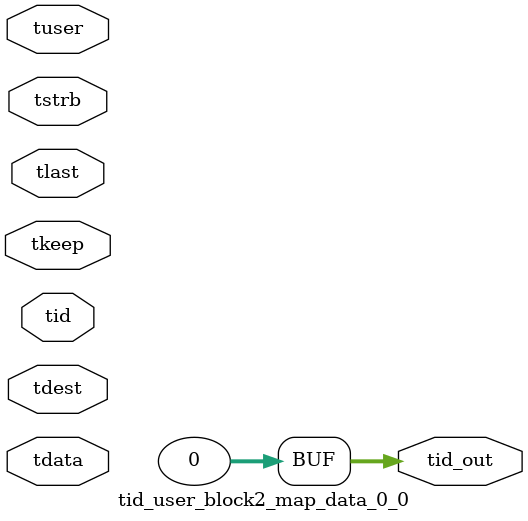
<source format=v>


`timescale 1ps/1ps

module tid_user_block2_map_data_0_0 #
(
parameter C_S_AXIS_TID_WIDTH   = 1,
parameter C_S_AXIS_TUSER_WIDTH = 0,
parameter C_S_AXIS_TDATA_WIDTH = 0,
parameter C_S_AXIS_TDEST_WIDTH = 0,
parameter C_M_AXIS_TID_WIDTH   = 32
)
(
input  [(C_S_AXIS_TID_WIDTH   == 0 ? 1 : C_S_AXIS_TID_WIDTH)-1:0       ] tid,
input  [(C_S_AXIS_TDATA_WIDTH == 0 ? 1 : C_S_AXIS_TDATA_WIDTH)-1:0     ] tdata,
input  [(C_S_AXIS_TUSER_WIDTH == 0 ? 1 : C_S_AXIS_TUSER_WIDTH)-1:0     ] tuser,
input  [(C_S_AXIS_TDEST_WIDTH == 0 ? 1 : C_S_AXIS_TDEST_WIDTH)-1:0     ] tdest,
input  [(C_S_AXIS_TDATA_WIDTH/8)-1:0 ] tkeep,
input  [(C_S_AXIS_TDATA_WIDTH/8)-1:0 ] tstrb,
input                                                                    tlast,
output [(C_M_AXIS_TID_WIDTH   == 0 ? 1 : C_M_AXIS_TID_WIDTH)-1:0       ] tid_out
);

assign tid_out = {1'b0};

endmodule


</source>
